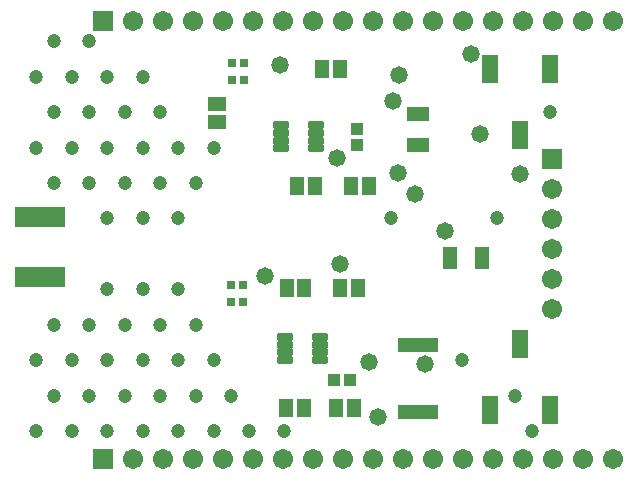
<source format=gbs>
G04*
G04 #@! TF.GenerationSoftware,Altium Limited,Altium Designer,19.1.7 (138)*
G04*
G04 Layer_Color=16711935*
%FSLAX44Y44*%
%MOMM*%
G71*
G01*
G75*
%ADD30R,1.6032X1.3032*%
%ADD31R,1.0032X1.1032*%
%ADD32R,1.3032X1.6032*%
%ADD33R,1.9032X1.3032*%
%ADD41R,1.1032X1.0032*%
%ADD42R,1.7032X1.7032*%
%ADD43C,1.7032*%
%ADD44R,1.7032X1.7032*%
%ADD45C,1.4732*%
%ADD46C,1.2032*%
%ADD60R,1.3032X1.9032*%
%ADD61R,1.4032X2.4032*%
%ADD62R,0.8032X0.7032*%
G04:AMPARAMS|DCode=63|XSize=0.6532mm|YSize=1.4032mm|CornerRadius=0.1511mm|HoleSize=0mm|Usage=FLASHONLY|Rotation=90.000|XOffset=0mm|YOffset=0mm|HoleType=Round|Shape=RoundedRectangle|*
%AMROUNDEDRECTD63*
21,1,0.6532,1.1010,0,0,90.0*
21,1,0.3510,1.4032,0,0,90.0*
1,1,0.3022,0.5505,0.1755*
1,1,0.3022,0.5505,-0.1755*
1,1,0.3022,-0.5505,-0.1755*
1,1,0.3022,-0.5505,0.1755*
%
%ADD63ROUNDEDRECTD63*%
%ADD64R,3.5032X1.3032*%
%ADD65R,4.2672X1.7272*%
D30*
X603250Y981830D02*
D03*
Y996830D02*
D03*
D31*
X715660Y763270D02*
D03*
X701660D02*
D03*
D32*
X661910Y840740D02*
D03*
X676910D02*
D03*
X692270Y1026160D02*
D03*
X707270D02*
D03*
X716400Y927100D02*
D03*
X731400D02*
D03*
X722510Y840740D02*
D03*
X707510D02*
D03*
X703700Y739140D02*
D03*
X718700D02*
D03*
X661670D02*
D03*
X676670D02*
D03*
X670680Y927100D02*
D03*
X685680D02*
D03*
D33*
X773430Y961860D02*
D03*
Y988860D02*
D03*
D41*
X721360Y976010D02*
D03*
Y962010D02*
D03*
D42*
X506730Y695960D02*
D03*
Y1066800D02*
D03*
D43*
X532130Y695960D02*
D03*
X557530D02*
D03*
X582930D02*
D03*
X608330D02*
D03*
X633730D02*
D03*
X659130D02*
D03*
X684530D02*
D03*
X709930D02*
D03*
X735330D02*
D03*
X760730D02*
D03*
X786130D02*
D03*
X811530D02*
D03*
X836930D02*
D03*
X862330D02*
D03*
X887730D02*
D03*
X913130D02*
D03*
X938530D02*
D03*
X532130Y1066800D02*
D03*
X557530D02*
D03*
X582930D02*
D03*
X608330D02*
D03*
X633730D02*
D03*
X659130D02*
D03*
X684530D02*
D03*
X709930D02*
D03*
X735330D02*
D03*
X760730D02*
D03*
X786130D02*
D03*
X811530D02*
D03*
X836930D02*
D03*
X862330D02*
D03*
X887730D02*
D03*
X913130D02*
D03*
X938530D02*
D03*
X886460Y924560D02*
D03*
Y899160D02*
D03*
Y873760D02*
D03*
Y848360D02*
D03*
Y822960D02*
D03*
D44*
Y949960D02*
D03*
D45*
X796290Y889000D02*
D03*
X643890Y850900D02*
D03*
X707390Y861060D02*
D03*
X739140Y731520D02*
D03*
X817880Y1038860D02*
D03*
X751840Y999165D02*
D03*
X825500Y971550D02*
D03*
X756920Y1021080D02*
D03*
X770890Y920750D02*
D03*
X656590Y1029970D02*
D03*
X704850Y951230D02*
D03*
X731520Y778510D02*
D03*
X859790Y937260D02*
D03*
X756060Y938530D02*
D03*
X779272Y776986D02*
D03*
D46*
X750000Y900000D02*
D03*
X510000Y960000D02*
D03*
X570000Y780000D02*
D03*
X600000D02*
D03*
X555000Y990000D02*
D03*
X495000Y810000D02*
D03*
X450000Y780000D02*
D03*
X465000Y750000D02*
D03*
X585000Y930000D02*
D03*
X630000Y720000D02*
D03*
X600000Y960000D02*
D03*
X450000Y1020000D02*
D03*
X870000Y720000D02*
D03*
X570000D02*
D03*
X540000D02*
D03*
X555000Y930000D02*
D03*
X510000Y900000D02*
D03*
Y780000D02*
D03*
X840000Y900000D02*
D03*
X510000Y720000D02*
D03*
X615000Y750000D02*
D03*
X540000Y1020000D02*
D03*
X510000D02*
D03*
X540000Y960000D02*
D03*
Y840000D02*
D03*
X570000Y900000D02*
D03*
X480000Y960000D02*
D03*
X495000Y990000D02*
D03*
X465000D02*
D03*
X495000Y930000D02*
D03*
X465000D02*
D03*
Y810000D02*
D03*
Y1050000D02*
D03*
X855000Y750000D02*
D03*
X585000Y810000D02*
D03*
X495000Y750000D02*
D03*
Y1050000D02*
D03*
X480000Y1020000D02*
D03*
X525000Y990000D02*
D03*
X570000Y840000D02*
D03*
X540000Y900000D02*
D03*
X450000Y720000D02*
D03*
X555000Y810000D02*
D03*
Y750000D02*
D03*
X660000Y720000D02*
D03*
X525000Y930000D02*
D03*
X540000Y780000D02*
D03*
X510000Y840000D02*
D03*
X480000Y780000D02*
D03*
X450000Y960000D02*
D03*
X570000D02*
D03*
X885000Y990000D02*
D03*
X480000Y720000D02*
D03*
X585000Y750000D02*
D03*
X525000Y810000D02*
D03*
Y750000D02*
D03*
X810000Y780000D02*
D03*
X600000Y720000D02*
D03*
D60*
X800570Y866140D02*
D03*
X827570D02*
D03*
D61*
X859790Y793750D02*
D03*
X834390Y737870D02*
D03*
X885190D02*
D03*
X859790Y970280D02*
D03*
X885190Y1026160D02*
D03*
X834390D02*
D03*
D62*
X624840Y829310D02*
D03*
X614840D02*
D03*
Y843280D02*
D03*
X624840D02*
D03*
X616030Y1031240D02*
D03*
X626030D02*
D03*
X625951Y1017270D02*
D03*
X615951D02*
D03*
D63*
X660890Y799810D02*
D03*
Y793310D02*
D03*
Y786810D02*
D03*
Y780310D02*
D03*
X690390D02*
D03*
Y786810D02*
D03*
Y793310D02*
D03*
Y799810D02*
D03*
X657080Y978760D02*
D03*
Y972260D02*
D03*
Y965760D02*
D03*
Y959260D02*
D03*
X686580D02*
D03*
Y965760D02*
D03*
Y972260D02*
D03*
Y978760D02*
D03*
D64*
X773430Y736040D02*
D03*
Y793040D02*
D03*
D65*
X453450Y901640D02*
D03*
Y850840D02*
D03*
M02*

</source>
